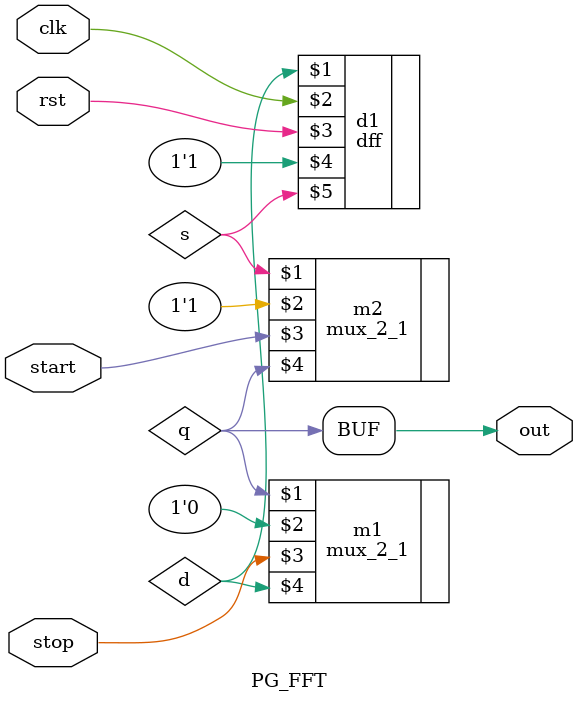
<source format=v>
`timescale 1ns / 1ps
module PG_FFT(
    input start,stop,clk,rst,
    output out
    );
	 wire q,d,s;
	 mux_2_1 m1(q,1'b0,stop,d);
	 dff d1 (d,clk,rst,1'b1,s);
	 mux_2_1 m2(s,1'b1,start,q);
	 assign out=q;
endmodule

</source>
